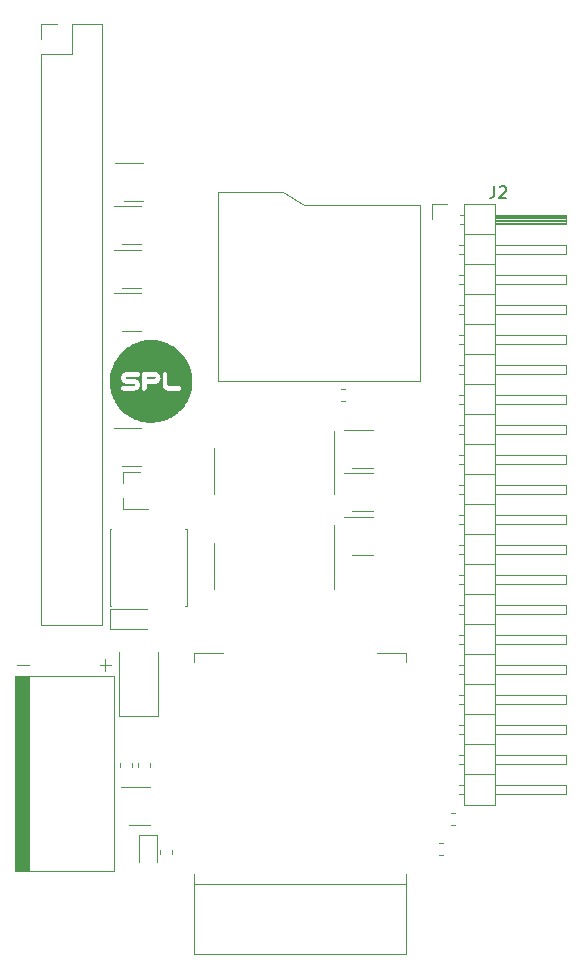
<source format=gbr>
%TF.GenerationSoftware,KiCad,Pcbnew,8.0.4*%
%TF.CreationDate,2024-09-22T15:27:49+02:00*%
%TF.ProjectId,blue_64,626c7565-5f36-4342-9e6b-696361645f70,1.0*%
%TF.SameCoordinates,PX3dc4fd0PY7445a00*%
%TF.FileFunction,Legend,Top*%
%TF.FilePolarity,Positive*%
%FSLAX46Y46*%
G04 Gerber Fmt 4.6, Leading zero omitted, Abs format (unit mm)*
G04 Created by KiCad (PCBNEW 8.0.4) date 2024-09-22 15:27:49*
%MOMM*%
%LPD*%
G01*
G04 APERTURE LIST*
%ADD10C,0.150000*%
%ADD11C,0.120000*%
%ADD12C,0.100000*%
%ADD13C,0.000000*%
G04 APERTURE END LIST*
D10*
X40881666Y58695181D02*
X40881666Y57980896D01*
X40881666Y57980896D02*
X40834047Y57838039D01*
X40834047Y57838039D02*
X40738809Y57742800D01*
X40738809Y57742800D02*
X40595952Y57695181D01*
X40595952Y57695181D02*
X40500714Y57695181D01*
X41310238Y58599943D02*
X41357857Y58647562D01*
X41357857Y58647562D02*
X41453095Y58695181D01*
X41453095Y58695181D02*
X41691190Y58695181D01*
X41691190Y58695181D02*
X41786428Y58647562D01*
X41786428Y58647562D02*
X41834047Y58599943D01*
X41834047Y58599943D02*
X41881666Y58504705D01*
X41881666Y58504705D02*
X41881666Y58409467D01*
X41881666Y58409467D02*
X41834047Y58266610D01*
X41834047Y58266610D02*
X41262619Y57695181D01*
X41262619Y57695181D02*
X41881666Y57695181D01*
D11*
X9360000Y50089000D02*
X10960000Y50089000D01*
X10960000Y53289000D02*
X8660000Y53289000D01*
X8330000Y22870000D02*
X8330000Y21170000D01*
X8330000Y22870000D02*
X11480000Y22870000D01*
X8330000Y21170000D02*
X11480000Y21170000D01*
X9360000Y46406000D02*
X10960000Y46406000D01*
X10960000Y49606000D02*
X8660000Y49606000D01*
X12571000Y2123221D02*
X12571000Y2448779D01*
X13591000Y2123221D02*
X13591000Y2448779D01*
D12*
X17487000Y58188000D02*
X22987000Y58188000D01*
X17487000Y42188000D02*
X17487000Y58188000D01*
X22987000Y58188000D02*
X24787000Y57088000D01*
X24787000Y57088000D02*
X34587000Y57088000D01*
X34587000Y57088000D02*
X34587000Y42188000D01*
X34587000Y42188000D02*
X17487000Y42188000D01*
D11*
X9895000Y4613000D02*
X11695000Y4613000D01*
X11695000Y7833000D02*
X9245000Y7833000D01*
X37175221Y5590000D02*
X37500779Y5590000D01*
X37175221Y4570000D02*
X37500779Y4570000D01*
X10666000Y9489221D02*
X10666000Y9814779D01*
X11686000Y9489221D02*
X11686000Y9814779D01*
X15411000Y19177000D02*
X16161000Y19177000D01*
X15411000Y18427000D02*
X15411000Y19177000D01*
X15411000Y-383000D02*
X33411000Y-383000D01*
X15411000Y-6323000D02*
X15411000Y427000D01*
X16161000Y19177000D02*
X17911000Y19177000D01*
X32661000Y19177000D02*
X30911000Y19177000D01*
X33411000Y19177000D02*
X32661000Y19177000D01*
X33411000Y18427000D02*
X33411000Y19177000D01*
X33411000Y-6323000D02*
X15411000Y-6323000D01*
X33411000Y-6323000D02*
X33411000Y427000D01*
X36159221Y3050000D02*
X36484779Y3050000D01*
X36159221Y2030000D02*
X36484779Y2030000D01*
X28818000Y34839000D02*
X30618000Y34839000D01*
X30618000Y38059000D02*
X28168000Y38059000D01*
X2480000Y72450000D02*
X3810000Y72450000D01*
X2480000Y71120000D02*
X2480000Y72450000D01*
X2480000Y69850000D02*
X2480000Y21530000D01*
X2480000Y69850000D02*
X5080000Y69850000D01*
X2480000Y21530000D02*
X7680000Y21530000D01*
X5080000Y72450000D02*
X7680000Y72450000D01*
X5080000Y69850000D02*
X5080000Y72450000D01*
X7680000Y72450000D02*
X7680000Y21530000D01*
X17165000Y26543000D02*
X17165000Y28493000D01*
X17165000Y26543000D02*
X17165000Y24593000D01*
X27285000Y26543000D02*
X27285000Y29993000D01*
X27285000Y26543000D02*
X27285000Y24593000D01*
X8297000Y29680000D02*
X8297000Y23160000D01*
X8297000Y29680000D02*
X8447000Y29680000D01*
X8297000Y23160000D02*
X8447000Y23160000D01*
X14817000Y29680000D02*
X14667000Y29680000D01*
X14817000Y29680000D02*
X14817000Y23160000D01*
X14817000Y23160000D02*
X14667000Y23160000D01*
D13*
G36*
X11784798Y42541479D02*
G01*
X12131954Y42540858D01*
X12147403Y42533252D01*
X12164456Y42522732D01*
X12178011Y42509454D01*
X12188748Y42492739D01*
X12189587Y42491068D01*
X12193335Y42482987D01*
X12195604Y42476311D01*
X12196755Y42469297D01*
X12197152Y42460203D01*
X12197181Y42454568D01*
X12196986Y42443670D01*
X12196181Y42435665D01*
X12194416Y42428786D01*
X12191338Y42421265D01*
X12189978Y42418350D01*
X12179884Y42401962D01*
X12166502Y42387649D01*
X12150937Y42376540D01*
X12147197Y42374573D01*
X12134188Y42368180D01*
X11785915Y42367559D01*
X11437642Y42366939D01*
X11437642Y42454519D01*
X11437642Y42542099D01*
X11784798Y42541479D01*
G37*
G36*
X11913041Y45661572D02*
G01*
X12001940Y45658090D01*
X12072351Y45653617D01*
X12200305Y45641664D01*
X12327302Y45625154D01*
X12453259Y45604113D01*
X12578095Y45578565D01*
X12701730Y45548536D01*
X12824081Y45514051D01*
X12945067Y45475136D01*
X13064608Y45431815D01*
X13182622Y45384114D01*
X13299028Y45332059D01*
X13413744Y45275674D01*
X13526689Y45214984D01*
X13578405Y45185409D01*
X13686597Y45119635D01*
X13792228Y45049992D01*
X13895196Y44976573D01*
X13995402Y44899475D01*
X14092744Y44818792D01*
X14187122Y44734620D01*
X14278436Y44647053D01*
X14366585Y44556186D01*
X14451469Y44462115D01*
X14532987Y44364935D01*
X14611039Y44264741D01*
X14685524Y44161628D01*
X14731160Y44094324D01*
X14781214Y44016837D01*
X14827669Y43941148D01*
X14870897Y43866607D01*
X14911271Y43792560D01*
X14949162Y43718355D01*
X14969066Y43677266D01*
X15022301Y43560233D01*
X15070941Y43442752D01*
X15115030Y43324658D01*
X15154608Y43205782D01*
X15189721Y43085957D01*
X15220410Y42965016D01*
X15246719Y42842792D01*
X15268690Y42719119D01*
X15286367Y42593828D01*
X15299793Y42466753D01*
X15307725Y42360013D01*
X15308646Y42341463D01*
X15309430Y42318923D01*
X15310079Y42293026D01*
X15310593Y42264407D01*
X15310971Y42233699D01*
X15311214Y42201535D01*
X15311321Y42168550D01*
X15311293Y42135376D01*
X15311130Y42102648D01*
X15310833Y42070999D01*
X15310400Y42041063D01*
X15309832Y42013474D01*
X15309130Y41988865D01*
X15308293Y41967870D01*
X15307668Y41956320D01*
X15297386Y41827271D01*
X15282593Y41699331D01*
X15263311Y41572563D01*
X15239559Y41447034D01*
X15211360Y41322808D01*
X15178733Y41199952D01*
X15141700Y41078529D01*
X15100281Y40958606D01*
X15054498Y40840248D01*
X15004371Y40723519D01*
X14949920Y40608487D01*
X14891168Y40495215D01*
X14828133Y40383769D01*
X14781993Y40307711D01*
X14712882Y40201328D01*
X14639923Y40097560D01*
X14563188Y39996491D01*
X14482749Y39898203D01*
X14398677Y39802778D01*
X14311045Y39710300D01*
X14219924Y39620850D01*
X14125385Y39534511D01*
X14062815Y39480668D01*
X13965592Y39401834D01*
X13866098Y39326914D01*
X13763947Y39255632D01*
X13658751Y39187714D01*
X13609845Y39157892D01*
X13499302Y39094390D01*
X13386750Y39035080D01*
X13272301Y38979995D01*
X13156066Y38929170D01*
X13038156Y38882639D01*
X12918682Y38840436D01*
X12797756Y38802594D01*
X12675488Y38769148D01*
X12551990Y38740131D01*
X12427374Y38715578D01*
X12301750Y38695522D01*
X12175230Y38679998D01*
X12047924Y38669039D01*
X12000013Y38666114D01*
X11989100Y38665673D01*
X11974061Y38665289D01*
X11955435Y38664961D01*
X11933760Y38664691D01*
X11909577Y38664476D01*
X11883424Y38664318D01*
X11855843Y38664215D01*
X11827371Y38664168D01*
X11798549Y38664176D01*
X11769917Y38664239D01*
X11742013Y38664356D01*
X11715377Y38664528D01*
X11690550Y38664753D01*
X11668069Y38665032D01*
X11648475Y38665365D01*
X11632308Y38665750D01*
X11620107Y38666188D01*
X11617321Y38666328D01*
X11491828Y38675599D01*
X11366502Y38689492D01*
X11241538Y38707964D01*
X11117128Y38730969D01*
X10993467Y38758464D01*
X10870749Y38790404D01*
X10749166Y38826745D01*
X10628912Y38867443D01*
X10510182Y38912453D01*
X10469245Y38929125D01*
X10372010Y38971310D01*
X10274711Y39017190D01*
X10178094Y39066357D01*
X10082906Y39118399D01*
X9989892Y39172907D01*
X9899799Y39229470D01*
X9813373Y39287680D01*
X9801868Y39295754D01*
X9712768Y39360547D01*
X9627404Y39426677D01*
X9544879Y39494894D01*
X9464300Y39565947D01*
X9384771Y39640586D01*
X9351865Y39672791D01*
X9265421Y39761225D01*
X9183181Y39851211D01*
X9104845Y39943133D01*
X9030118Y40037376D01*
X8958700Y40134323D01*
X8890296Y40234358D01*
X8824607Y40337865D01*
X8784082Y40405718D01*
X8722849Y40515292D01*
X8665655Y40627129D01*
X8612550Y40741072D01*
X8563584Y40856960D01*
X8518807Y40974636D01*
X8478268Y41093940D01*
X8442018Y41214714D01*
X8410106Y41336799D01*
X8382583Y41460036D01*
X8359498Y41584266D01*
X8340901Y41709331D01*
X8326843Y41835072D01*
X8323760Y41869981D01*
X8321865Y41893420D01*
X8320229Y41915309D01*
X8318811Y41936446D01*
X8317571Y41957626D01*
X8316468Y41979645D01*
X8315462Y42003298D01*
X8314512Y42029383D01*
X8313578Y42058695D01*
X8312807Y42085290D01*
X8311694Y42207849D01*
X8315213Y42330971D01*
X8322834Y42446602D01*
X9275447Y42446602D01*
X9275982Y42422496D01*
X9277324Y42400213D01*
X9279481Y42381017D01*
X9279988Y42377799D01*
X9290213Y42330163D01*
X9304619Y42284394D01*
X9323039Y42240699D01*
X9345304Y42199287D01*
X9371245Y42160365D01*
X9400695Y42124143D01*
X9433485Y42090826D01*
X9469446Y42060625D01*
X9508410Y42033746D01*
X9550208Y42010398D01*
X9592692Y41991559D01*
X9617745Y41982779D01*
X9645746Y41974737D01*
X9674984Y41967895D01*
X9694572Y41964182D01*
X9698270Y41963598D01*
X9702333Y41963068D01*
X9707005Y41962588D01*
X9712529Y41962155D01*
X9719147Y41961764D01*
X9727103Y41961413D01*
X9736640Y41961097D01*
X9748001Y41960812D01*
X9761428Y41960555D01*
X9777166Y41960322D01*
X9795456Y41960110D01*
X9816542Y41959914D01*
X9840668Y41959731D01*
X9868075Y41959557D01*
X9899008Y41959389D01*
X9933708Y41959223D01*
X9972420Y41959054D01*
X10015385Y41958879D01*
X10048051Y41958752D01*
X10094378Y41958579D01*
X10136274Y41958428D01*
X10173973Y41958287D01*
X10207710Y41958146D01*
X10237722Y41957995D01*
X10264243Y41957823D01*
X10287508Y41957618D01*
X10307753Y41957371D01*
X10325212Y41957071D01*
X10340122Y41956707D01*
X10352717Y41956268D01*
X10363232Y41955744D01*
X10371903Y41955125D01*
X10378965Y41954399D01*
X10384653Y41953555D01*
X10389202Y41952584D01*
X10392847Y41951475D01*
X10395825Y41950216D01*
X10398369Y41948798D01*
X10400715Y41947209D01*
X10403098Y41945439D01*
X10405754Y41943478D01*
X10407165Y41942486D01*
X10418988Y41932827D01*
X10428443Y41921341D01*
X10436662Y41906642D01*
X10437031Y41905862D01*
X10440962Y41896366D01*
X10443042Y41887691D01*
X10443791Y41877424D01*
X10443831Y41874284D01*
X10443603Y41861834D01*
X10442492Y41852224D01*
X10440083Y41843649D01*
X10435958Y41834306D01*
X10433517Y41829534D01*
X10423717Y41815213D01*
X10410664Y41802517D01*
X10395760Y41792714D01*
X10389907Y41790014D01*
X10377073Y41784808D01*
X9912709Y41783568D01*
X9448345Y41782327D01*
X9431166Y41777316D01*
X9401145Y41766330D01*
X9373893Y41751842D01*
X9349628Y41734134D01*
X9328568Y41713491D01*
X9310932Y41690197D01*
X9296939Y41664536D01*
X9286806Y41636791D01*
X9280753Y41607247D01*
X9278973Y41579461D01*
X9281214Y41548525D01*
X9287815Y41518970D01*
X9298595Y41491107D01*
X9313373Y41465244D01*
X9331967Y41441690D01*
X9354195Y41420756D01*
X9379877Y41402749D01*
X9384174Y41400229D01*
X9393229Y41395818D01*
X9405340Y41390962D01*
X9418994Y41386175D01*
X9432680Y41381971D01*
X9444887Y41378865D01*
X9449776Y41377914D01*
X9453388Y41377698D01*
X9461451Y41377486D01*
X9473749Y41377279D01*
X9490065Y41377078D01*
X9510183Y41376885D01*
X9533889Y41376700D01*
X9560964Y41376525D01*
X9591193Y41376360D01*
X9624361Y41376208D01*
X9660250Y41376068D01*
X9698646Y41375942D01*
X9739331Y41375831D01*
X9782089Y41375736D01*
X9826705Y41375658D01*
X9872962Y41375598D01*
X9920645Y41375557D01*
X9925613Y41375554D01*
X9981223Y41375525D01*
X10032364Y41375506D01*
X10079234Y41375499D01*
X10122030Y41375505D01*
X10160952Y41375526D01*
X10196196Y41375562D01*
X10227961Y41375616D01*
X10256444Y41375688D01*
X10281844Y41375780D01*
X10304358Y41375893D01*
X10324185Y41376028D01*
X10341522Y41376187D01*
X10356567Y41376372D01*
X10369518Y41376582D01*
X10380573Y41376821D01*
X10389931Y41377088D01*
X10397788Y41377386D01*
X10404343Y41377716D01*
X10409794Y41378079D01*
X10414339Y41378476D01*
X10417754Y41378856D01*
X10465464Y41387065D01*
X10511616Y41399662D01*
X10556099Y41416596D01*
X10598799Y41437817D01*
X10639604Y41463275D01*
X10678401Y41492921D01*
X10683175Y41496980D01*
X10715159Y41527424D01*
X10744600Y41561344D01*
X10771151Y41598152D01*
X10794465Y41637259D01*
X10814194Y41678076D01*
X10829991Y41720013D01*
X10841508Y41762482D01*
X10842510Y41767213D01*
X10850230Y41815719D01*
X10853396Y41863758D01*
X10852041Y41911147D01*
X10846201Y41957699D01*
X10835911Y42003230D01*
X10821205Y42047554D01*
X10802119Y42090488D01*
X10778686Y42131846D01*
X10771687Y42142617D01*
X10746651Y42177027D01*
X10719087Y42209313D01*
X10689833Y42238549D01*
X10689584Y42238763D01*
X11029285Y42238763D01*
X11029286Y42175877D01*
X11029287Y42166932D01*
X11029301Y42097066D01*
X11029332Y42031155D01*
X11029382Y41969245D01*
X11029449Y41911382D01*
X11029533Y41857613D01*
X11029635Y41807983D01*
X11029754Y41762541D01*
X11029890Y41721331D01*
X11030043Y41684401D01*
X11030212Y41651796D01*
X11030397Y41623563D01*
X11030599Y41599749D01*
X11030817Y41580400D01*
X11031050Y41565562D01*
X11031299Y41555282D01*
X11031564Y41549607D01*
X11031661Y41548712D01*
X11038848Y41518281D01*
X11050202Y41489950D01*
X11065708Y41463745D01*
X11085355Y41439692D01*
X11094595Y41430466D01*
X11116020Y41412476D01*
X11138226Y41398497D01*
X11162375Y41387887D01*
X11183292Y41381542D01*
X11192810Y41379171D01*
X11200360Y41377549D01*
X11207190Y41376564D01*
X11214549Y41376105D01*
X11223686Y41376060D01*
X11235848Y41376319D01*
X11240463Y41376445D01*
X11258617Y41377337D01*
X11273029Y41378961D01*
X11284582Y41381420D01*
X11285966Y41381821D01*
X11308883Y41389569D01*
X11328449Y41398329D01*
X11345974Y41408839D01*
X11362766Y41421834D01*
X11372330Y41430466D01*
X11392022Y41451436D01*
X11407990Y41473935D01*
X11420798Y41498875D01*
X11430016Y41523932D01*
X11436433Y41544459D01*
X11437121Y41751500D01*
X11437340Y41817477D01*
X11437809Y41958540D01*
X11800000Y41959250D01*
X11849168Y41959344D01*
X11893909Y41959428D01*
X11934462Y41959511D01*
X11971066Y41959603D01*
X12003961Y41959712D01*
X12033386Y41959846D01*
X12059580Y41960014D01*
X12082784Y41960224D01*
X12103235Y41960486D01*
X12121174Y41960808D01*
X12136840Y41961199D01*
X12150473Y41961667D01*
X12162311Y41962221D01*
X12172595Y41962870D01*
X12181563Y41963622D01*
X12189456Y41964486D01*
X12196512Y41965470D01*
X12202970Y41966584D01*
X12209071Y41967836D01*
X12215054Y41969234D01*
X12221157Y41970788D01*
X12227621Y41972505D01*
X12234685Y41974395D01*
X12237176Y41975055D01*
X12283144Y41989546D01*
X12327042Y42008176D01*
X12368690Y42030813D01*
X12407906Y42057328D01*
X12444509Y42087590D01*
X12478318Y42121470D01*
X12509152Y42158838D01*
X12525739Y42182264D01*
X12536847Y42200276D01*
X12548373Y42221439D01*
X12559650Y42244367D01*
X12570010Y42267672D01*
X12578786Y42289965D01*
X12582056Y42299342D01*
X12594201Y42343084D01*
X12602238Y42388405D01*
X12606139Y42434622D01*
X12605877Y42481050D01*
X12601425Y42527004D01*
X12592844Y42571446D01*
X12579302Y42617262D01*
X12561661Y42661081D01*
X12540136Y42702681D01*
X12514943Y42741844D01*
X12486298Y42778349D01*
X12483588Y42781207D01*
X12780564Y42781207D01*
X12780564Y42299342D01*
X12780564Y41817477D01*
X12786019Y41787280D01*
X12796667Y41739957D01*
X12811105Y41695177D01*
X12829477Y41652574D01*
X12851929Y41611777D01*
X12859266Y41600166D01*
X12886810Y41562012D01*
X12917737Y41526813D01*
X12951726Y41494770D01*
X12988459Y41466086D01*
X13027615Y41440962D01*
X13068873Y41419600D01*
X13111915Y41402201D01*
X13156421Y41388968D01*
X13202069Y41380102D01*
X13209925Y41379043D01*
X13215534Y41378632D01*
X13225474Y41378243D01*
X13239471Y41377878D01*
X13257248Y41377536D01*
X13278531Y41377218D01*
X13303046Y41376923D01*
X13330516Y41376651D01*
X13360668Y41376404D01*
X13393225Y41376180D01*
X13427913Y41375981D01*
X13464457Y41375805D01*
X13502582Y41375654D01*
X13542013Y41375528D01*
X13582475Y41375425D01*
X13623692Y41375348D01*
X13665390Y41375295D01*
X13707294Y41375267D01*
X13749128Y41375264D01*
X13790618Y41375287D01*
X13831489Y41375334D01*
X13871465Y41375407D01*
X13910272Y41375506D01*
X13947634Y41375630D01*
X13983277Y41375780D01*
X14016926Y41375956D01*
X14048304Y41376158D01*
X14077139Y41376386D01*
X14103153Y41376640D01*
X14126073Y41376921D01*
X14145623Y41377228D01*
X14161529Y41377562D01*
X14173515Y41377922D01*
X14181306Y41378310D01*
X14184156Y41378604D01*
X14214530Y41386342D01*
X14242640Y41398052D01*
X14268233Y41413495D01*
X14291060Y41432432D01*
X14310870Y41454624D01*
X14327412Y41479834D01*
X14340435Y41507823D01*
X14349002Y41535445D01*
X14351556Y41550633D01*
X14352806Y41568648D01*
X14352776Y41587846D01*
X14351487Y41606580D01*
X14348962Y41623204D01*
X14347726Y41628465D01*
X14337505Y41658351D01*
X14323441Y41685734D01*
X14305778Y41710367D01*
X14284760Y41732004D01*
X14260630Y41750396D01*
X14233632Y41765297D01*
X14204008Y41776459D01*
X14201142Y41777294D01*
X14182989Y41782459D01*
X13718625Y41783634D01*
X13663688Y41783774D01*
X13613224Y41783909D01*
X13567039Y41784039D01*
X13524941Y41784168D01*
X13486735Y41784296D01*
X13452227Y41784426D01*
X13421225Y41784561D01*
X13393533Y41784701D01*
X13368960Y41784850D01*
X13347310Y41785010D01*
X13328391Y41785182D01*
X13312009Y41785370D01*
X13297970Y41785573D01*
X13286080Y41785796D01*
X13276145Y41786040D01*
X13267973Y41786307D01*
X13261369Y41786600D01*
X13256140Y41786920D01*
X13252092Y41787269D01*
X13249031Y41787650D01*
X13246764Y41788064D01*
X13245098Y41788515D01*
X13244319Y41788797D01*
X13226048Y41798497D01*
X13210776Y41811752D01*
X13198445Y41828617D01*
X13193882Y41837312D01*
X13188924Y41847812D01*
X13187757Y42314510D01*
X13186590Y42781207D01*
X13180145Y42801759D01*
X13168822Y42831210D01*
X13154214Y42857546D01*
X13136043Y42881221D01*
X13123417Y42894238D01*
X13100069Y42913311D01*
X13074433Y42928570D01*
X13047026Y42939869D01*
X13018363Y42947058D01*
X12988961Y42949989D01*
X12959335Y42948513D01*
X12943908Y42945933D01*
X12914272Y42937733D01*
X12887473Y42926014D01*
X12863007Y42910515D01*
X12843737Y42894238D01*
X12823311Y42871932D01*
X12806615Y42847235D01*
X12793370Y42819694D01*
X12787010Y42801759D01*
X12780564Y42781207D01*
X12483588Y42781207D01*
X12454416Y42811976D01*
X12419513Y42842506D01*
X12381804Y42869719D01*
X12341506Y42893394D01*
X12298833Y42913312D01*
X12254002Y42929252D01*
X12237348Y42933982D01*
X12230940Y42935716D01*
X12225166Y42937313D01*
X12219824Y42938780D01*
X12214713Y42940121D01*
X12209630Y42941344D01*
X12204373Y42942452D01*
X12198741Y42943452D01*
X12192532Y42944350D01*
X12185544Y42945150D01*
X12177574Y42945858D01*
X12168422Y42946480D01*
X12157884Y42947021D01*
X12145760Y42947487D01*
X12131846Y42947883D01*
X12115942Y42948216D01*
X12097845Y42948489D01*
X12077354Y42948710D01*
X12054266Y42948883D01*
X12028380Y42949015D01*
X11999493Y42949109D01*
X11967404Y42949173D01*
X11931911Y42949212D01*
X11892811Y42949231D01*
X11849904Y42949235D01*
X11802987Y42949231D01*
X11751857Y42949223D01*
X11696314Y42949218D01*
X11681492Y42949218D01*
X11198460Y42949218D01*
X11180137Y42943910D01*
X11150912Y42933158D01*
X11124059Y42918686D01*
X11099888Y42900823D01*
X11078712Y42879899D01*
X11060842Y42856243D01*
X11046590Y42830186D01*
X11036265Y42802057D01*
X11032772Y42787797D01*
X11032401Y42785593D01*
X11032057Y42782590D01*
X11031739Y42778619D01*
X11031445Y42773515D01*
X11031174Y42767110D01*
X11030927Y42759236D01*
X11030701Y42749727D01*
X11030496Y42738415D01*
X11030311Y42725133D01*
X11030145Y42709715D01*
X11029997Y42691992D01*
X11029866Y42671799D01*
X11029751Y42648966D01*
X11029652Y42623329D01*
X11029566Y42594719D01*
X11029494Y42562969D01*
X11029435Y42527912D01*
X11029387Y42489380D01*
X11029349Y42447208D01*
X11029321Y42401227D01*
X11029302Y42351271D01*
X11029290Y42297172D01*
X11029285Y42238763D01*
X10689584Y42238763D01*
X10667592Y42257675D01*
X10635113Y42281321D01*
X10599501Y42302963D01*
X10561894Y42322034D01*
X10523431Y42337966D01*
X10485251Y42350192D01*
X10478579Y42351934D01*
X10471284Y42353790D01*
X10464691Y42355470D01*
X10458548Y42356984D01*
X10452601Y42358341D01*
X10446598Y42359552D01*
X10440285Y42360625D01*
X10433408Y42361570D01*
X10425715Y42362397D01*
X10416951Y42363115D01*
X10406865Y42363733D01*
X10395202Y42364262D01*
X10381709Y42364710D01*
X10366134Y42365088D01*
X10348222Y42365405D01*
X10327720Y42365670D01*
X10304375Y42365893D01*
X10277934Y42366083D01*
X10248144Y42366250D01*
X10214751Y42366404D01*
X10177502Y42366554D01*
X10136143Y42366709D01*
X10090422Y42366880D01*
X10080669Y42366917D01*
X9749262Y42368180D01*
X9733901Y42375743D01*
X9717351Y42386326D01*
X9703080Y42400294D01*
X9692113Y42416601D01*
X9690349Y42420174D01*
X9685646Y42434992D01*
X9683841Y42451854D01*
X9684952Y42469131D01*
X9689000Y42485192D01*
X9689538Y42486597D01*
X9697879Y42501939D01*
X9709828Y42516042D01*
X9724329Y42527794D01*
X9733746Y42533218D01*
X9749265Y42540858D01*
X10216012Y42542101D01*
X10270880Y42542248D01*
X10321278Y42542385D01*
X10367403Y42542514D01*
X10409453Y42542639D01*
X10447625Y42542762D01*
X10482117Y42542885D01*
X10513125Y42543011D01*
X10540846Y42543143D01*
X10565479Y42543282D01*
X10587219Y42543431D01*
X10606265Y42543593D01*
X10622814Y42543770D01*
X10637062Y42543965D01*
X10649208Y42544180D01*
X10659448Y42544418D01*
X10667979Y42544681D01*
X10675000Y42544971D01*
X10680706Y42545292D01*
X10685295Y42545646D01*
X10688965Y42546034D01*
X10691913Y42546460D01*
X10694336Y42546927D01*
X10696431Y42547435D01*
X10698396Y42547989D01*
X10699094Y42548196D01*
X10729433Y42559127D01*
X10756630Y42572903D01*
X10780299Y42589321D01*
X10785337Y42593566D01*
X10795688Y42603923D01*
X10806771Y42617195D01*
X10817532Y42631988D01*
X10826915Y42646907D01*
X10830261Y42653008D01*
X10841925Y42680308D01*
X10849413Y42708947D01*
X10852711Y42738303D01*
X10851805Y42767752D01*
X10846679Y42796674D01*
X10837319Y42824444D01*
X10834397Y42830962D01*
X10819163Y42858459D01*
X10801033Y42882341D01*
X10779820Y42902786D01*
X10755335Y42919971D01*
X10727392Y42934074D01*
X10723595Y42935650D01*
X10719864Y42937201D01*
X10716499Y42938631D01*
X10713305Y42939942D01*
X10710086Y42941141D01*
X10706646Y42942233D01*
X10702790Y42943221D01*
X10698321Y42944113D01*
X10693044Y42944912D01*
X10686763Y42945623D01*
X10679282Y42946252D01*
X10670405Y42946803D01*
X10659937Y42947283D01*
X10647682Y42947695D01*
X10633444Y42948044D01*
X10617027Y42948337D01*
X10598235Y42948577D01*
X10576872Y42948771D01*
X10552744Y42948922D01*
X10525653Y42949036D01*
X10495405Y42949118D01*
X10461802Y42949173D01*
X10424651Y42949206D01*
X10383753Y42949222D01*
X10338915Y42949226D01*
X10289940Y42949224D01*
X10236632Y42949219D01*
X10196228Y42949218D01*
X9716696Y42949218D01*
X9688694Y42943920D01*
X9652875Y42936178D01*
X9620103Y42926938D01*
X9588869Y42915696D01*
X9557661Y42901949D01*
X9546908Y42896675D01*
X9505217Y42873193D01*
X9466450Y42846162D01*
X9430756Y42815785D01*
X9398286Y42782266D01*
X9369191Y42745812D01*
X9343621Y42706625D01*
X9321727Y42664911D01*
X9303660Y42620874D01*
X9289570Y42574718D01*
X9281184Y42535967D01*
X9278588Y42517213D01*
X9276760Y42495225D01*
X9275710Y42471266D01*
X9275447Y42446602D01*
X8322834Y42446602D01*
X8323364Y42454649D01*
X8332005Y42543191D01*
X8348453Y42670706D01*
X8369416Y42797079D01*
X8394868Y42922235D01*
X8424778Y43046095D01*
X8459121Y43168581D01*
X8497866Y43289618D01*
X8540986Y43409126D01*
X8588453Y43527028D01*
X8640238Y43643247D01*
X8696313Y43757706D01*
X8756651Y43870326D01*
X8821222Y43981030D01*
X8889998Y44089742D01*
X8901956Y44107794D01*
X8973318Y44210658D01*
X9048640Y44311189D01*
X9127714Y44409147D01*
X9210331Y44504295D01*
X9296280Y44596391D01*
X9385352Y44685198D01*
X9477337Y44770476D01*
X9501201Y44791600D01*
X9599614Y44874822D01*
X9700538Y44954127D01*
X9803911Y45029480D01*
X9909670Y45100847D01*
X10017754Y45168194D01*
X10128101Y45231486D01*
X10240648Y45290688D01*
X10355334Y45345767D01*
X10472097Y45396688D01*
X10590874Y45443417D01*
X10711603Y45485920D01*
X10813435Y45518019D01*
X10922712Y45548589D01*
X11034593Y45575836D01*
X11148261Y45599610D01*
X11262897Y45619761D01*
X11377683Y45636139D01*
X11491801Y45648593D01*
X11551983Y45653570D01*
X11640530Y45658860D01*
X11731068Y45661957D01*
X11822328Y45662861D01*
X11913041Y45661572D01*
G37*
D11*
X17165000Y34544000D02*
X17165000Y36494000D01*
X17165000Y34544000D02*
X17165000Y32594000D01*
X27285000Y34544000D02*
X27285000Y37994000D01*
X27285000Y34544000D02*
X27285000Y32594000D01*
X9360000Y53772000D02*
X10960000Y53772000D01*
X10960000Y56972000D02*
X8660000Y56972000D01*
X28818000Y31156000D02*
X30618000Y31156000D01*
X30618000Y34376000D02*
X28168000Y34376000D01*
X10822000Y3771000D02*
X10822000Y1486000D01*
X12292000Y3771000D02*
X10822000Y3771000D01*
X12292000Y1486000D02*
X12292000Y3771000D01*
X9487000Y57455000D02*
X11087000Y57455000D01*
X11087000Y60655000D02*
X8787000Y60655000D01*
X9080000Y13820000D02*
X9080000Y19220000D01*
X9080000Y13820000D02*
X12380000Y13820000D01*
X12380000Y13820000D02*
X12380000Y19220000D01*
X9400000Y34473000D02*
X9400000Y33543000D01*
X9400000Y34473000D02*
X10860000Y34473000D01*
X9400000Y31313000D02*
X9400000Y32243000D01*
X9400000Y31313000D02*
X11560000Y31313000D01*
X35560000Y57150000D02*
X36830000Y57150000D01*
X35560000Y55880000D02*
X35560000Y57150000D01*
X37872929Y53720000D02*
X38270000Y53720000D01*
X37872929Y52960000D02*
X38270000Y52960000D01*
X37872929Y51180000D02*
X38270000Y51180000D01*
X37872929Y50420000D02*
X38270000Y50420000D01*
X37872929Y48640000D02*
X38270000Y48640000D01*
X37872929Y47880000D02*
X38270000Y47880000D01*
X37872929Y46100000D02*
X38270000Y46100000D01*
X37872929Y45340000D02*
X38270000Y45340000D01*
X37872929Y43560000D02*
X38270000Y43560000D01*
X37872929Y42800000D02*
X38270000Y42800000D01*
X37872929Y41020000D02*
X38270000Y41020000D01*
X37872929Y40260000D02*
X38270000Y40260000D01*
X37872929Y38480000D02*
X38270000Y38480000D01*
X37872929Y37720000D02*
X38270000Y37720000D01*
X37872929Y35940000D02*
X38270000Y35940000D01*
X37872929Y35180000D02*
X38270000Y35180000D01*
X37872929Y33400000D02*
X38270000Y33400000D01*
X37872929Y32640000D02*
X38270000Y32640000D01*
X37872929Y30860000D02*
X38270000Y30860000D01*
X37872929Y30100000D02*
X38270000Y30100000D01*
X37872929Y28320000D02*
X38270000Y28320000D01*
X37872929Y27560000D02*
X38270000Y27560000D01*
X37872929Y25780000D02*
X38270000Y25780000D01*
X37872929Y25020000D02*
X38270000Y25020000D01*
X37872929Y23240000D02*
X38270000Y23240000D01*
X37872929Y22480000D02*
X38270000Y22480000D01*
X37872929Y20700000D02*
X38270000Y20700000D01*
X37872929Y19940000D02*
X38270000Y19940000D01*
X37872929Y18160000D02*
X38270000Y18160000D01*
X37872929Y17400000D02*
X38270000Y17400000D01*
X37872929Y15620000D02*
X38270000Y15620000D01*
X37872929Y14860000D02*
X38270000Y14860000D01*
X37872929Y13080000D02*
X38270000Y13080000D01*
X37872929Y12320000D02*
X38270000Y12320000D01*
X37872929Y10540000D02*
X38270000Y10540000D01*
X37872929Y9780000D02*
X38270000Y9780000D01*
X37872929Y8000000D02*
X38270000Y8000000D01*
X37872929Y7240000D02*
X38270000Y7240000D01*
X37940000Y56260000D02*
X38270000Y56260000D01*
X37940000Y55500000D02*
X38270000Y55500000D01*
X38270000Y57210000D02*
X38270000Y6290000D01*
X38270000Y54610000D02*
X40930000Y54610000D01*
X38270000Y52070000D02*
X40930000Y52070000D01*
X38270000Y49530000D02*
X40930000Y49530000D01*
X38270000Y46990000D02*
X40930000Y46990000D01*
X38270000Y44450000D02*
X40930000Y44450000D01*
X38270000Y41910000D02*
X40930000Y41910000D01*
X38270000Y39370000D02*
X40930000Y39370000D01*
X38270000Y36830000D02*
X40930000Y36830000D01*
X38270000Y34290000D02*
X40930000Y34290000D01*
X38270000Y31750000D02*
X40930000Y31750000D01*
X38270000Y29210000D02*
X40930000Y29210000D01*
X38270000Y26670000D02*
X40930000Y26670000D01*
X38270000Y24130000D02*
X40930000Y24130000D01*
X38270000Y21590000D02*
X40930000Y21590000D01*
X38270000Y19050000D02*
X40930000Y19050000D01*
X38270000Y16510000D02*
X40930000Y16510000D01*
X38270000Y13970000D02*
X40930000Y13970000D01*
X38270000Y11430000D02*
X40930000Y11430000D01*
X38270000Y8890000D02*
X40930000Y8890000D01*
X38270000Y6290000D02*
X40930000Y6290000D01*
X40930000Y57210000D02*
X38270000Y57210000D01*
X40930000Y56260000D02*
X46930000Y56260000D01*
X40930000Y56200000D02*
X46930000Y56200000D01*
X40930000Y56080000D02*
X46930000Y56080000D01*
X40930000Y55960000D02*
X46930000Y55960000D01*
X40930000Y55840000D02*
X46930000Y55840000D01*
X40930000Y55720000D02*
X46930000Y55720000D01*
X40930000Y55600000D02*
X46930000Y55600000D01*
X40930000Y53720000D02*
X46930000Y53720000D01*
X40930000Y51180000D02*
X46930000Y51180000D01*
X40930000Y48640000D02*
X46930000Y48640000D01*
X40930000Y46100000D02*
X46930000Y46100000D01*
X40930000Y43560000D02*
X46930000Y43560000D01*
X40930000Y41020000D02*
X46930000Y41020000D01*
X40930000Y38480000D02*
X46930000Y38480000D01*
X40930000Y35940000D02*
X46930000Y35940000D01*
X40930000Y33400000D02*
X46930000Y33400000D01*
X40930000Y30860000D02*
X46930000Y30860000D01*
X40930000Y28320000D02*
X46930000Y28320000D01*
X40930000Y25780000D02*
X46930000Y25780000D01*
X40930000Y23240000D02*
X46930000Y23240000D01*
X40930000Y20700000D02*
X46930000Y20700000D01*
X40930000Y18160000D02*
X46930000Y18160000D01*
X40930000Y15620000D02*
X46930000Y15620000D01*
X40930000Y13080000D02*
X46930000Y13080000D01*
X40930000Y10540000D02*
X46930000Y10540000D01*
X40930000Y8000000D02*
X46930000Y8000000D01*
X40930000Y6290000D02*
X40930000Y57210000D01*
X46930000Y56260000D02*
X46930000Y55500000D01*
X46930000Y55500000D02*
X40930000Y55500000D01*
X46930000Y53720000D02*
X46930000Y52960000D01*
X46930000Y52960000D02*
X40930000Y52960000D01*
X46930000Y51180000D02*
X46930000Y50420000D01*
X46930000Y50420000D02*
X40930000Y50420000D01*
X46930000Y48640000D02*
X46930000Y47880000D01*
X46930000Y47880000D02*
X40930000Y47880000D01*
X46930000Y46100000D02*
X46930000Y45340000D01*
X46930000Y45340000D02*
X40930000Y45340000D01*
X46930000Y43560000D02*
X46930000Y42800000D01*
X46930000Y42800000D02*
X40930000Y42800000D01*
X46930000Y41020000D02*
X46930000Y40260000D01*
X46930000Y40260000D02*
X40930000Y40260000D01*
X46930000Y38480000D02*
X46930000Y37720000D01*
X46930000Y37720000D02*
X40930000Y37720000D01*
X46930000Y35940000D02*
X46930000Y35180000D01*
X46930000Y35180000D02*
X40930000Y35180000D01*
X46930000Y33400000D02*
X46930000Y32640000D01*
X46930000Y32640000D02*
X40930000Y32640000D01*
X46930000Y30860000D02*
X46930000Y30100000D01*
X46930000Y30100000D02*
X40930000Y30100000D01*
X46930000Y28320000D02*
X46930000Y27560000D01*
X46930000Y27560000D02*
X40930000Y27560000D01*
X46930000Y25780000D02*
X46930000Y25020000D01*
X46930000Y25020000D02*
X40930000Y25020000D01*
X46930000Y23240000D02*
X46930000Y22480000D01*
X46930000Y22480000D02*
X40930000Y22480000D01*
X46930000Y20700000D02*
X46930000Y19940000D01*
X46930000Y19940000D02*
X40930000Y19940000D01*
X46930000Y18160000D02*
X46930000Y17400000D01*
X46930000Y17400000D02*
X40930000Y17400000D01*
X46930000Y15620000D02*
X46930000Y14860000D01*
X46930000Y14860000D02*
X40930000Y14860000D01*
X46930000Y13080000D02*
X46930000Y12320000D01*
X46930000Y12320000D02*
X40930000Y12320000D01*
X46930000Y10540000D02*
X46930000Y9780000D01*
X46930000Y9780000D02*
X40930000Y9780000D01*
X46930000Y8000000D02*
X46930000Y7240000D01*
X46930000Y7240000D02*
X40930000Y7240000D01*
X9360000Y34976000D02*
X10960000Y34976000D01*
X10960000Y38176000D02*
X8660000Y38176000D01*
X28818000Y27473000D02*
X30618000Y27473000D01*
X30618000Y30693000D02*
X28168000Y30693000D01*
X9142000Y9489221D02*
X9142000Y9814779D01*
X10162000Y9489221D02*
X10162000Y9814779D01*
X27904221Y41531000D02*
X28229779Y41531000D01*
X27904221Y40511000D02*
X28229779Y40511000D01*
X245000Y17177000D02*
X245000Y677000D01*
X245000Y677000D02*
X8645000Y677000D01*
D12*
X1445000Y18177000D02*
X445000Y18177000D01*
X7945000Y18677000D02*
X7945000Y17677000D01*
X8445000Y18177000D02*
X7445000Y18177000D01*
D11*
X8645000Y17177000D02*
X245000Y17177000D01*
X8645000Y677000D02*
X8645000Y17177000D01*
X1445000Y17177000D02*
X245000Y17177000D01*
X245000Y677000D01*
X1445000Y677000D01*
X1445000Y17177000D01*
G36*
X1445000Y17177000D02*
G01*
X245000Y17177000D01*
X245000Y677000D01*
X1445000Y677000D01*
X1445000Y17177000D01*
G37*
M02*

</source>
